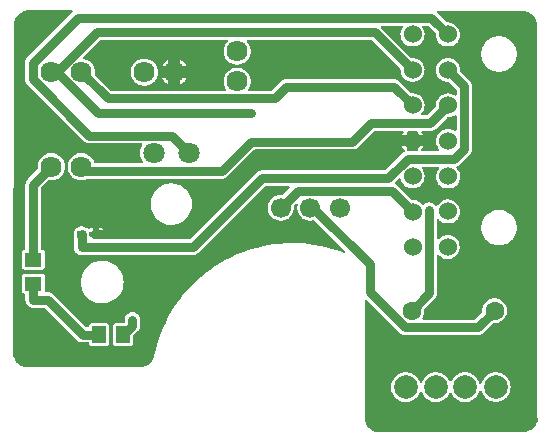
<source format=gtl>
G04 Layer: TopLayer*
G04 EasyEDA v6.4.19.5, 2021-04-14T09:17:14--7:00*
G04 eb9943026e544659989be2c3a0539dbc,debd25b7e7f645e7808fdd9718494454,10*
G04 Gerber Generator version 0.2*
G04 Scale: 100 percent, Rotated: No, Reflected: No *
G04 Dimensions in millimeters *
G04 leading zeros omitted , absolute positions ,4 integer and 5 decimal *
%FSLAX45Y45*%
%MOMM*%

%ADD11C,0.8000*%
%ADD12C,0.6100*%
%ADD13R,1.4699X1.1600*%
%ADD16C,1.7000*%
%ADD17C,1.5240*%
%ADD18C,1.8000*%
%ADD19C,1.7880*%
%ADD20C,1.6000*%
%ADD21C,2.0000*%

%LPD*%
G36*
X5860694Y5172913D02*
G01*
X5845200Y5173878D01*
X5831484Y5176266D01*
X5818124Y5180177D01*
X5805271Y5185562D01*
X5793079Y5192369D01*
X5781751Y5200497D01*
X5771438Y5209794D01*
X5762193Y5220258D01*
X5754166Y5231638D01*
X5747461Y5243880D01*
X5742228Y5256784D01*
X5738418Y5270195D01*
X5736132Y5283911D01*
X5735370Y5298236D01*
X5740654Y8060232D01*
X5741822Y8068462D01*
X5742787Y8083803D01*
X5745175Y8097520D01*
X5749086Y8110931D01*
X5754471Y8123783D01*
X5761278Y8135924D01*
X5769406Y8147253D01*
X5778703Y8157616D01*
X5789168Y8166862D01*
X5800547Y8174837D01*
X5812790Y8181543D01*
X5825693Y8186826D01*
X5839104Y8190636D01*
X5852871Y8192871D01*
X5867349Y8193684D01*
X5875782Y8194852D01*
X6229654Y8194598D01*
X6233668Y8193735D01*
X6237020Y8191398D01*
X6239205Y8187944D01*
X6239814Y8183880D01*
X6238798Y8179917D01*
X6236258Y8176717D01*
X6234480Y8175142D01*
X5854801Y7795463D01*
X5847842Y7787335D01*
X5842457Y7778546D01*
X5838494Y7769047D01*
X5836107Y7759039D01*
X5835294Y7748371D01*
X5835294Y7614056D01*
X5836107Y7603388D01*
X5838494Y7593380D01*
X5842457Y7583881D01*
X5847842Y7575092D01*
X5854801Y7566964D01*
X6333540Y7088225D01*
X6341668Y7081266D01*
X6350457Y7075881D01*
X6359956Y7071918D01*
X6369964Y7069531D01*
X6380632Y7068718D01*
X6819798Y7068718D01*
X6824014Y7067803D01*
X6827469Y7065213D01*
X6829552Y7061453D01*
X6829907Y7057136D01*
X6828383Y7053072D01*
X6822592Y7043928D01*
X6816394Y7030770D01*
X6811924Y7016953D01*
X6809181Y7002678D01*
X6808266Y6988200D01*
X6809181Y6973722D01*
X6811924Y6959447D01*
X6816394Y6945630D01*
X6822592Y6932472D01*
X6830364Y6920230D01*
X6833108Y6916928D01*
X6834936Y6913575D01*
X6835394Y6909816D01*
X6834428Y6906107D01*
X6832193Y6903059D01*
X6828993Y6900976D01*
X6825284Y6900265D01*
X6430568Y6900265D01*
X6426657Y6901078D01*
X6423304Y6903313D01*
X6421120Y6906717D01*
X6415989Y6919671D01*
X6409029Y6932320D01*
X6400546Y6944004D01*
X6390640Y6954570D01*
X6379514Y6963765D01*
X6367322Y6971487D01*
X6354267Y6977634D01*
X6340500Y6982104D01*
X6326327Y6984847D01*
X6311900Y6985711D01*
X6297472Y6984847D01*
X6283299Y6982104D01*
X6269532Y6977634D01*
X6256477Y6971487D01*
X6244285Y6963765D01*
X6233160Y6954570D01*
X6223254Y6944004D01*
X6214770Y6932320D01*
X6207810Y6919671D01*
X6202476Y6906259D01*
X6198920Y6892239D01*
X6197092Y6877913D01*
X6197092Y6863486D01*
X6198920Y6849160D01*
X6202476Y6835140D01*
X6207810Y6821728D01*
X6214770Y6809079D01*
X6223254Y6797395D01*
X6233160Y6786829D01*
X6244285Y6777634D01*
X6256477Y6769912D01*
X6269532Y6763766D01*
X6283299Y6759295D01*
X6297472Y6756552D01*
X6311900Y6755688D01*
X6326327Y6756552D01*
X6340500Y6759295D01*
X6354267Y6763766D01*
X6363309Y6768033D01*
X6367627Y6768998D01*
X7502499Y6768998D01*
X7513167Y6769811D01*
X7523175Y6772198D01*
X7532674Y6776161D01*
X7541463Y6781546D01*
X7549591Y6788505D01*
X7774279Y7013143D01*
X7777581Y7015327D01*
X7781442Y7016140D01*
X8607653Y7016140D01*
X8618321Y7016953D01*
X8628329Y7019340D01*
X8637828Y7023303D01*
X8646617Y7028688D01*
X8654745Y7035647D01*
X8789263Y7170115D01*
X8792565Y7172299D01*
X8796426Y7173112D01*
X9032036Y7173112D01*
X9035897Y7172350D01*
X9039148Y7170166D01*
X9041384Y7166914D01*
X9042196Y7163053D01*
X9041434Y7159193D01*
X9039148Y7155688D01*
X9031071Y7144715D01*
X9025382Y7134402D01*
X9072473Y7134402D01*
X9072473Y7162952D01*
X9073235Y7166813D01*
X9075420Y7170115D01*
X9078722Y7172299D01*
X9082633Y7173112D01*
X9151213Y7173112D01*
X9155074Y7172299D01*
X9158376Y7170115D01*
X9160560Y7166813D01*
X9161373Y7162952D01*
X9161373Y7134402D01*
X9208414Y7134402D01*
X9202724Y7144715D01*
X9194495Y7155891D01*
X9192361Y7159193D01*
X9191650Y7163053D01*
X9192412Y7166914D01*
X9194647Y7170166D01*
X9197898Y7172350D01*
X9201810Y7173112D01*
X9265259Y7173112D01*
X9275927Y7173925D01*
X9285935Y7176312D01*
X9295434Y7180275D01*
X9304223Y7185659D01*
X9312351Y7192619D01*
X9405162Y7285431D01*
X9408769Y7287717D01*
X9413036Y7288377D01*
X9416897Y7288123D01*
X9430461Y7288987D01*
X9443821Y7291730D01*
X9456674Y7296200D01*
X9468815Y7302296D01*
X9474149Y7306005D01*
X9478213Y7307630D01*
X9482582Y7307427D01*
X9486493Y7305395D01*
X9489135Y7301890D01*
X9490100Y7297623D01*
X9490100Y7181900D01*
X9489186Y7177735D01*
X9486696Y7174280D01*
X9482988Y7172198D01*
X9478772Y7171791D01*
X9474758Y7173163D01*
X9463735Y7179665D01*
X9451238Y7184948D01*
X9438081Y7188555D01*
X9424619Y7190384D01*
X9411004Y7190384D01*
X9397542Y7188555D01*
X9384436Y7184948D01*
X9371888Y7179665D01*
X9360204Y7172706D01*
X9349536Y7164273D01*
X9340037Y7154519D01*
X9332010Y7143546D01*
X9325457Y7131608D01*
X9320580Y7118959D01*
X9317431Y7105700D01*
X9316059Y7092188D01*
X9316516Y7078573D01*
X9318752Y7065162D01*
X9322816Y7052157D01*
X9328505Y7039813D01*
X9335820Y7028383D01*
X9343034Y7019899D01*
X9344914Y7016546D01*
X9345422Y7012736D01*
X9344456Y7009028D01*
X9342221Y7005929D01*
X9339021Y7003897D01*
X9335262Y7003135D01*
X9198457Y7003135D01*
X9194698Y7003897D01*
X9191498Y7005929D01*
X9189262Y7009028D01*
X9188348Y7012736D01*
X9188856Y7016546D01*
X9190736Y7019899D01*
X9198864Y7029551D01*
X9206179Y7040981D01*
X9208262Y7045502D01*
X9161373Y7045502D01*
X9161373Y7013295D01*
X9160560Y7009434D01*
X9158376Y7006132D01*
X9155074Y7003948D01*
X9151213Y7003135D01*
X9082633Y7003135D01*
X9078722Y7003948D01*
X9075420Y7006132D01*
X9073235Y7009434D01*
X9072473Y7013295D01*
X9072473Y7045502D01*
X9025534Y7045502D01*
X9027617Y7040981D01*
X9034932Y7029551D01*
X9043720Y7019137D01*
X9050528Y7012990D01*
X9052915Y7009688D01*
X9053880Y7005726D01*
X9053169Y7001713D01*
X9050985Y6998309D01*
X9038640Y6990588D01*
X9030512Y6983628D01*
X8889136Y6842302D01*
X8885834Y6840118D01*
X8881973Y6839305D01*
X7842656Y6839305D01*
X7831988Y6838492D01*
X7821980Y6836105D01*
X7812481Y6832142D01*
X7803692Y6826758D01*
X7795564Y6819798D01*
X7233310Y6257594D01*
X7230008Y6255410D01*
X7226147Y6254597D01*
X6505702Y6254597D01*
X6501536Y6255512D01*
X6498132Y6258001D01*
X6496050Y6261709D01*
X6495592Y6265926D01*
X6496050Y6269786D01*
X6496050Y6277864D01*
X6459270Y6277864D01*
X6459270Y6264757D01*
X6458458Y6260896D01*
X6456273Y6257594D01*
X6452971Y6255410D01*
X6449110Y6254597D01*
X6421729Y6254597D01*
X6417818Y6255410D01*
X6414516Y6257594D01*
X6412331Y6260896D01*
X6411569Y6264757D01*
X6411569Y6277864D01*
X6391249Y6277864D01*
X6387388Y6278626D01*
X6384086Y6280810D01*
X6381902Y6284112D01*
X6381089Y6288024D01*
X6381089Y6298793D01*
X6380276Y6309614D01*
X6380784Y6313728D01*
X6382918Y6317284D01*
X6386322Y6319672D01*
X6390386Y6320536D01*
X6411569Y6320536D01*
X6411569Y6354826D01*
X6400952Y6354826D01*
X6394704Y6354165D01*
X6389268Y6352235D01*
X6384442Y6349187D01*
X6382562Y6347358D01*
X6379311Y6345123D01*
X6375400Y6344361D01*
X6371488Y6345123D01*
X6368237Y6347358D01*
X6366357Y6349187D01*
X6361531Y6352235D01*
X6356096Y6354165D01*
X6352082Y6354572D01*
X6347917Y6356045D01*
X6345224Y6357670D01*
X6335725Y6361633D01*
X6325717Y6364020D01*
X6315456Y6364833D01*
X6305194Y6364020D01*
X6295186Y6361633D01*
X6285687Y6357670D01*
X6282994Y6356045D01*
X6278829Y6354622D01*
X6274714Y6354165D01*
X6269278Y6352235D01*
X6264452Y6349187D01*
X6260388Y6345174D01*
X6257340Y6340297D01*
X6255461Y6334912D01*
X6254750Y6328613D01*
X6254750Y6325616D01*
X6253988Y6321704D01*
X6253022Y6319469D01*
X6250635Y6309461D01*
X6249822Y6298793D01*
X6249822Y6189370D01*
X6250635Y6178702D01*
X6253022Y6168694D01*
X6256985Y6159195D01*
X6262370Y6150406D01*
X6269075Y6142583D01*
X6276898Y6135878D01*
X6285687Y6130493D01*
X6295186Y6126530D01*
X6305194Y6124143D01*
X6315862Y6123330D01*
X7257135Y6123330D01*
X7267803Y6124143D01*
X7277811Y6126530D01*
X7287310Y6130493D01*
X7296099Y6135878D01*
X7304227Y6142837D01*
X7866481Y6705041D01*
X7869783Y6707225D01*
X7873644Y6708038D01*
X8068157Y6708038D01*
X8072069Y6707225D01*
X8075320Y6705041D01*
X8077555Y6701739D01*
X8078317Y6697878D01*
X8077555Y6693966D01*
X8075320Y6690664D01*
X8021218Y6636562D01*
X8017611Y6634225D01*
X8013395Y6633565D01*
X8001253Y6634378D01*
X7987131Y6633464D01*
X7973212Y6630771D01*
X7959750Y6626301D01*
X7946948Y6620154D01*
X7935061Y6612381D01*
X7924292Y6603187D01*
X7914741Y6592722D01*
X7906664Y6581089D01*
X7900111Y6568541D01*
X7895183Y6555231D01*
X7892034Y6541414D01*
X7890662Y6527292D01*
X7891119Y6513118D01*
X7893405Y6499098D01*
X7897418Y6485534D01*
X7903159Y6472580D01*
X7910525Y6460439D01*
X7919364Y6449364D01*
X7929524Y6439509D01*
X7940903Y6431026D01*
X7953248Y6424066D01*
X7966405Y6418732D01*
X7980121Y6415125D01*
X7994142Y6413347D01*
X8008366Y6413347D01*
X8022386Y6415125D01*
X8036102Y6418732D01*
X8049259Y6424066D01*
X8061604Y6431026D01*
X8072983Y6439509D01*
X8083143Y6449364D01*
X8091982Y6460439D01*
X8099348Y6472580D01*
X8105089Y6485534D01*
X8109102Y6499098D01*
X8111388Y6513118D01*
X8111845Y6527292D01*
X8111032Y6535420D01*
X8111591Y6539839D01*
X8113979Y6543598D01*
X8125968Y6555587D01*
X8129625Y6557924D01*
X8133892Y6558534D01*
X8138058Y6557314D01*
X8141309Y6554470D01*
X8143087Y6550507D01*
X8143087Y6546138D01*
X8141970Y6541414D01*
X8140598Y6527292D01*
X8141055Y6513118D01*
X8143341Y6499098D01*
X8147354Y6485534D01*
X8153095Y6472580D01*
X8160461Y6460439D01*
X8169300Y6449364D01*
X8179460Y6439509D01*
X8190839Y6431026D01*
X8203184Y6424066D01*
X8216341Y6418732D01*
X8230057Y6415125D01*
X8244078Y6413347D01*
X8258302Y6413347D01*
X8272322Y6415125D01*
X8279485Y6417005D01*
X8282990Y6417310D01*
X8286394Y6416395D01*
X8289239Y6414363D01*
X8544864Y6158636D01*
X8547100Y6155334D01*
X8547862Y6151473D01*
X8547100Y6147562D01*
X8544915Y6144310D01*
X8541664Y6142075D01*
X8537803Y6141262D01*
X8533942Y6142024D01*
X8523935Y6145987D01*
X8477707Y6162497D01*
X8430768Y6177076D01*
X8383270Y6189726D01*
X8335264Y6200394D01*
X8286851Y6209080D01*
X8238134Y6215735D01*
X8189214Y6220409D01*
X8140090Y6223101D01*
X8090916Y6223711D01*
X8041792Y6222339D01*
X7992719Y6218936D01*
X7943850Y6213500D01*
X7895234Y6206032D01*
X7846974Y6196584D01*
X7799171Y6185204D01*
X7751876Y6171793D01*
X7705140Y6156502D01*
X7659065Y6139281D01*
X7613751Y6120180D01*
X7569301Y6099200D01*
X7525715Y6076442D01*
X7483094Y6051905D01*
X7441539Y6025642D01*
X7401102Y5997651D01*
X7361834Y5968034D01*
X7323836Y5936843D01*
X7287158Y5904077D01*
X7251852Y5869889D01*
X7217968Y5834227D01*
X7185609Y5797194D01*
X7154824Y5758891D01*
X7125563Y5719368D01*
X7098030Y5678627D01*
X7072172Y5636818D01*
X7048042Y5593943D01*
X7025741Y5550154D01*
X7005218Y5505450D01*
X6986574Y5459984D01*
X6969810Y5413756D01*
X6954977Y5366867D01*
X6942074Y5319420D01*
X6931406Y5272836D01*
X6927342Y5257850D01*
X6922109Y5244744D01*
X6915403Y5232298D01*
X6907326Y5220665D01*
X6897979Y5210048D01*
X6887514Y5200548D01*
X6875983Y5192318D01*
X6863638Y5185410D01*
X6850583Y5180025D01*
X6836968Y5176113D01*
X6823049Y5173726D01*
X6808520Y5172913D01*
G37*

%LPC*%
G36*
X6610096Y5349138D02*
G01*
X6724954Y5349138D01*
X6731203Y5349849D01*
X6736638Y5351729D01*
X6741464Y5354777D01*
X6745528Y5358841D01*
X6748576Y5363667D01*
X6750456Y5369102D01*
X6751167Y5375351D01*
X6751167Y5434787D01*
X6751980Y5438698D01*
X6754164Y5442000D01*
X6791045Y5478729D01*
X6798005Y5486857D01*
X6803390Y5495645D01*
X6807352Y5505145D01*
X6809790Y5515152D01*
X6810603Y5525820D01*
X6810603Y5573369D01*
X6809790Y5584037D01*
X6807403Y5594045D01*
X6803440Y5603544D01*
X6798056Y5612333D01*
X6791350Y5620156D01*
X6783527Y5626862D01*
X6774738Y5632246D01*
X6765239Y5636209D01*
X6755231Y5638596D01*
X6744970Y5639409D01*
X6734708Y5638596D01*
X6724700Y5636209D01*
X6715201Y5632246D01*
X6706412Y5626862D01*
X6698589Y5620156D01*
X6691884Y5612333D01*
X6686499Y5603544D01*
X6682536Y5594045D01*
X6680149Y5584037D01*
X6679336Y5573369D01*
X6679336Y5557570D01*
X6678523Y5553710D01*
X6676339Y5550408D01*
X6673037Y5548172D01*
X6669176Y5547410D01*
X6610096Y5547410D01*
X6603847Y5546699D01*
X6598412Y5544820D01*
X6593586Y5541772D01*
X6589522Y5537708D01*
X6586474Y5532882D01*
X6584594Y5527446D01*
X6583883Y5521198D01*
X6583883Y5375351D01*
X6584594Y5369102D01*
X6586474Y5363667D01*
X6589522Y5358841D01*
X6593586Y5354777D01*
X6598412Y5351729D01*
X6603847Y5349849D01*
G37*
G36*
X6406896Y5349138D02*
G01*
X6521754Y5349138D01*
X6528003Y5349849D01*
X6533438Y5351729D01*
X6538264Y5354777D01*
X6542328Y5358841D01*
X6545376Y5363667D01*
X6547256Y5369102D01*
X6547967Y5375351D01*
X6547967Y5521198D01*
X6547256Y5527446D01*
X6545376Y5532882D01*
X6542328Y5537708D01*
X6538264Y5541772D01*
X6533438Y5544820D01*
X6528003Y5546699D01*
X6521754Y5547410D01*
X6406896Y5547410D01*
X6400647Y5546699D01*
X6395212Y5544820D01*
X6390386Y5541772D01*
X6386322Y5537708D01*
X6383274Y5532882D01*
X6381394Y5527446D01*
X6380886Y5522976D01*
X6379819Y5519470D01*
X6377533Y5516524D01*
X6374384Y5514644D01*
X6370777Y5513933D01*
X6357518Y5513933D01*
X6353657Y5514746D01*
X6350355Y5516930D01*
X6079185Y5788050D01*
X6071057Y5795010D01*
X6062268Y5800394D01*
X6052769Y5804357D01*
X6042761Y5806744D01*
X6032093Y5807557D01*
X6014313Y5807557D01*
X6010148Y5808472D01*
X6006744Y5810961D01*
X6004610Y5814669D01*
X6004204Y5818886D01*
X6004610Y5822645D01*
X6004610Y5937504D01*
X6003899Y5943752D01*
X6002020Y5949188D01*
X5998972Y5954014D01*
X5994908Y5958078D01*
X5990082Y5961126D01*
X5984646Y5963005D01*
X5978398Y5963716D01*
X5832551Y5963716D01*
X5826302Y5963005D01*
X5820867Y5961126D01*
X5816041Y5958078D01*
X5811977Y5954014D01*
X5808929Y5949188D01*
X5807049Y5943752D01*
X5806338Y5937504D01*
X5806338Y5822645D01*
X5807049Y5816396D01*
X5808929Y5810961D01*
X5811977Y5806135D01*
X5816041Y5802071D01*
X5820867Y5799023D01*
X5826302Y5797143D01*
X5830824Y5796635D01*
X5834329Y5795568D01*
X5837275Y5793282D01*
X5839155Y5790133D01*
X5839866Y5786526D01*
X5839866Y5742330D01*
X5840679Y5731662D01*
X5843066Y5721654D01*
X5847029Y5712155D01*
X5852414Y5703366D01*
X5859119Y5695543D01*
X5866942Y5688838D01*
X5875731Y5683453D01*
X5885230Y5679490D01*
X5895238Y5677103D01*
X5905906Y5676290D01*
X6001105Y5676290D01*
X6004966Y5675477D01*
X6008268Y5673293D01*
X6279438Y5402173D01*
X6287566Y5395214D01*
X6296355Y5389829D01*
X6305854Y5385866D01*
X6315862Y5383479D01*
X6326530Y5382666D01*
X6370777Y5382666D01*
X6374384Y5381955D01*
X6377533Y5380075D01*
X6379819Y5377129D01*
X6380886Y5373624D01*
X6381394Y5369102D01*
X6383274Y5363667D01*
X6386322Y5358841D01*
X6390386Y5354777D01*
X6395212Y5351729D01*
X6400647Y5349849D01*
G37*
G36*
X6494373Y5712206D02*
G01*
X6512915Y5713628D01*
X6531203Y5716981D01*
X6549034Y5722162D01*
X6566255Y5729173D01*
X6582714Y5737910D01*
X6598107Y5748324D01*
X6612381Y5760212D01*
X6625386Y5773572D01*
X6636918Y5788152D01*
X6646925Y5803849D01*
X6655206Y5820460D01*
X6661810Y5837885D01*
X6666534Y5855868D01*
X6669379Y5874207D01*
X6670344Y5892800D01*
X6669379Y5911392D01*
X6666534Y5929731D01*
X6661810Y5947714D01*
X6655206Y5965139D01*
X6646925Y5981750D01*
X6636918Y5997448D01*
X6625386Y6012027D01*
X6612381Y6025388D01*
X6598107Y6037275D01*
X6582714Y6047689D01*
X6566255Y6056426D01*
X6549034Y6063437D01*
X6531203Y6068618D01*
X6512915Y6071920D01*
X6494373Y6073394D01*
X6475780Y6072886D01*
X6457289Y6070498D01*
X6439204Y6066231D01*
X6421628Y6060135D01*
X6404813Y6052261D01*
X6388862Y6042660D01*
X6373977Y6031534D01*
X6360312Y6018885D01*
X6348069Y6004915D01*
X6337300Y5989726D01*
X6328105Y5973572D01*
X6320688Y5956503D01*
X6314998Y5938824D01*
X6311188Y5920587D01*
X6309309Y5902096D01*
X6309309Y5883503D01*
X6311188Y5865012D01*
X6314998Y5846775D01*
X6320688Y5829096D01*
X6328105Y5812028D01*
X6337300Y5795873D01*
X6348069Y5780684D01*
X6360312Y5766714D01*
X6373977Y5754065D01*
X6388862Y5742940D01*
X6404813Y5733338D01*
X6421628Y5725464D01*
X6439204Y5719368D01*
X6457289Y5715101D01*
X6475780Y5712714D01*
G37*
G36*
X5832551Y5999632D02*
G01*
X5978398Y5999632D01*
X5984646Y6000343D01*
X5990082Y6002223D01*
X5994908Y6005271D01*
X5998972Y6009335D01*
X6002020Y6014161D01*
X6003899Y6019596D01*
X6004610Y6025845D01*
X6004610Y6140704D01*
X6003899Y6146952D01*
X6002020Y6152388D01*
X5998972Y6157214D01*
X5994908Y6161278D01*
X5990082Y6164326D01*
X5984646Y6166205D01*
X5980176Y6166713D01*
X5976670Y6167780D01*
X5973724Y6170066D01*
X5971844Y6173216D01*
X5971133Y6176822D01*
X5971133Y6686905D01*
X5971946Y6690766D01*
X5974130Y6694068D01*
X6033922Y6753859D01*
X6036564Y6755790D01*
X6039713Y6756755D01*
X6057900Y6755688D01*
X6072327Y6756552D01*
X6086500Y6759295D01*
X6100267Y6763766D01*
X6113322Y6769912D01*
X6125514Y6777634D01*
X6136640Y6786829D01*
X6146546Y6797395D01*
X6155029Y6809079D01*
X6161989Y6821728D01*
X6167323Y6835140D01*
X6170879Y6849160D01*
X6172708Y6863486D01*
X6172708Y6877913D01*
X6170879Y6892239D01*
X6167323Y6906259D01*
X6161989Y6919671D01*
X6155029Y6932320D01*
X6146546Y6944004D01*
X6136640Y6954570D01*
X6125514Y6963765D01*
X6113322Y6971487D01*
X6100267Y6977634D01*
X6086500Y6982104D01*
X6072327Y6984847D01*
X6057900Y6985711D01*
X6043472Y6984847D01*
X6029299Y6982104D01*
X6015532Y6977634D01*
X6002477Y6971487D01*
X5990285Y6963765D01*
X5979160Y6954570D01*
X5969254Y6944004D01*
X5960770Y6932320D01*
X5953810Y6919671D01*
X5948476Y6906259D01*
X5944920Y6892239D01*
X5943092Y6877913D01*
X5943092Y6863486D01*
X5944108Y6855307D01*
X5944057Y6852259D01*
X5943041Y6849364D01*
X5941212Y6846874D01*
X5859373Y6764985D01*
X5852414Y6756857D01*
X5847029Y6748068D01*
X5843066Y6738569D01*
X5840679Y6728561D01*
X5839866Y6717893D01*
X5839866Y6176822D01*
X5839155Y6173216D01*
X5837275Y6170066D01*
X5834329Y6167780D01*
X5830824Y6166713D01*
X5826302Y6166205D01*
X5820867Y6164326D01*
X5816041Y6161278D01*
X5811977Y6157214D01*
X5808929Y6152388D01*
X5807049Y6146952D01*
X5806338Y6140704D01*
X5806338Y6025845D01*
X5807049Y6019596D01*
X5808929Y6014161D01*
X5811977Y6009335D01*
X5816041Y6005271D01*
X5820867Y6002223D01*
X5826302Y6000343D01*
G37*
G36*
X6459270Y6320536D02*
G01*
X6496050Y6320536D01*
X6496050Y6328613D01*
X6495338Y6334912D01*
X6493459Y6340297D01*
X6490411Y6345174D01*
X6486347Y6349187D01*
X6481521Y6352235D01*
X6476085Y6354165D01*
X6469837Y6354826D01*
X6459270Y6354826D01*
G37*
G36*
X7078421Y6377635D02*
G01*
X7096455Y6379006D01*
X7114235Y6382258D01*
X7131608Y6387287D01*
X7148372Y6394145D01*
X7164324Y6402628D01*
X7179309Y6412738D01*
X7193229Y6424320D01*
X7205827Y6437274D01*
X7217054Y6451447D01*
X7226757Y6466687D01*
X7234834Y6482842D01*
X7241235Y6499809D01*
X7245807Y6517284D01*
X7248601Y6535115D01*
X7249515Y6553200D01*
X7248601Y6571234D01*
X7245807Y6589115D01*
X7241235Y6606590D01*
X7234834Y6623558D01*
X7226757Y6639712D01*
X7217054Y6654952D01*
X7205827Y6669125D01*
X7193229Y6682079D01*
X7179309Y6693662D01*
X7164324Y6703771D01*
X7148372Y6712254D01*
X7131608Y6719112D01*
X7114235Y6724142D01*
X7096455Y6727393D01*
X7078421Y6728764D01*
X7060336Y6728307D01*
X7042403Y6725970D01*
X7024827Y6721856D01*
X7007707Y6715912D01*
X6991350Y6708241D01*
X6975856Y6698945D01*
X6961378Y6688074D01*
X6948119Y6675780D01*
X6936181Y6662216D01*
X6925716Y6647484D01*
X6916775Y6631736D01*
X6909562Y6615175D01*
X6904075Y6597954D01*
X6900367Y6580225D01*
X6898487Y6562242D01*
X6898487Y6544157D01*
X6900367Y6526174D01*
X6904075Y6508445D01*
X6909562Y6491224D01*
X6916775Y6474663D01*
X6925716Y6458915D01*
X6936181Y6444183D01*
X6948119Y6430619D01*
X6961378Y6418326D01*
X6975856Y6407454D01*
X6991350Y6398158D01*
X7007707Y6390487D01*
X7024827Y6384544D01*
X7042403Y6380429D01*
X7060336Y6378092D01*
G37*

%LPD*%
G36*
X8840165Y4620310D02*
G01*
X8824772Y4621225D01*
X8811006Y4623612D01*
X8797645Y4627524D01*
X8784793Y4632909D01*
X8772652Y4639716D01*
X8761323Y4647844D01*
X8750960Y4657191D01*
X8741714Y4667605D01*
X8733688Y4678984D01*
X8727033Y4691227D01*
X8721750Y4704130D01*
X8717940Y4717542D01*
X8715654Y4731308D01*
X8714892Y4745634D01*
X8714892Y5732627D01*
X8715654Y5736488D01*
X8717838Y5739790D01*
X8721140Y5741974D01*
X8725052Y5742787D01*
X8728913Y5741974D01*
X8732215Y5739790D01*
X9008160Y5463895D01*
X9016288Y5456936D01*
X9025077Y5451551D01*
X9034576Y5447588D01*
X9044584Y5445201D01*
X9055252Y5444388D01*
X9669627Y5444388D01*
X9680295Y5445201D01*
X9690303Y5447588D01*
X9699802Y5451551D01*
X9708591Y5456936D01*
X9716719Y5463895D01*
X9796272Y5543397D01*
X9799878Y5545734D01*
X9804095Y5546344D01*
X9811512Y5545886D01*
X9825278Y5546750D01*
X9838842Y5549442D01*
X9851948Y5553913D01*
X9864344Y5560009D01*
X9875824Y5567680D01*
X9886188Y5576824D01*
X9895332Y5587187D01*
X9903002Y5598668D01*
X9909098Y5611063D01*
X9913569Y5624169D01*
X9916261Y5637733D01*
X9917125Y5651500D01*
X9916261Y5665266D01*
X9913569Y5678830D01*
X9909098Y5691936D01*
X9903002Y5704332D01*
X9895332Y5715812D01*
X9886188Y5726176D01*
X9875824Y5735320D01*
X9864344Y5742990D01*
X9851948Y5749086D01*
X9838842Y5753557D01*
X9825278Y5756249D01*
X9811512Y5757113D01*
X9797745Y5756249D01*
X9784181Y5753557D01*
X9771075Y5749086D01*
X9758680Y5742990D01*
X9747199Y5735320D01*
X9736836Y5726176D01*
X9727692Y5715812D01*
X9720021Y5704332D01*
X9713925Y5691936D01*
X9709454Y5678830D01*
X9706762Y5665266D01*
X9705898Y5651500D01*
X9706356Y5644083D01*
X9705746Y5639866D01*
X9703409Y5636260D01*
X9645802Y5578652D01*
X9642500Y5576468D01*
X9638639Y5575655D01*
X9206636Y5575655D01*
X9202369Y5576620D01*
X9198914Y5579262D01*
X9196832Y5583072D01*
X9196578Y5587441D01*
X9198203Y5591505D01*
X9202978Y5598668D01*
X9209125Y5611063D01*
X9213545Y5624169D01*
X9216237Y5637733D01*
X9217152Y5651500D01*
X9216644Y5658916D01*
X9217304Y5663184D01*
X9219590Y5666790D01*
X9302902Y5750102D01*
X9309862Y5758230D01*
X9315246Y5767019D01*
X9319209Y5776518D01*
X9321596Y5786526D01*
X9322409Y5797194D01*
X9322409Y6114084D01*
X9323273Y6118148D01*
X9325610Y6121501D01*
X9329115Y6123635D01*
X9333179Y6124244D01*
X9337141Y6123178D01*
X9351060Y6110782D01*
X9362287Y6103061D01*
X9374428Y6096965D01*
X9387281Y6092494D01*
X9400641Y6089751D01*
X9414205Y6088837D01*
X9427768Y6089751D01*
X9441078Y6092494D01*
X9453930Y6096965D01*
X9466072Y6103061D01*
X9477298Y6110782D01*
X9487408Y6119876D01*
X9496196Y6130290D01*
X9503511Y6141770D01*
X9509201Y6154115D01*
X9513265Y6167069D01*
X9515500Y6180480D01*
X9515957Y6194094D01*
X9514586Y6207607D01*
X9511436Y6220866D01*
X9506559Y6233566D01*
X9500006Y6245504D01*
X9491980Y6256426D01*
X9482480Y6266230D01*
X9471812Y6274663D01*
X9460128Y6281572D01*
X9447580Y6286906D01*
X9434474Y6290462D01*
X9421012Y6292291D01*
X9407398Y6292291D01*
X9393936Y6290462D01*
X9380778Y6286906D01*
X9368282Y6281572D01*
X9356547Y6274663D01*
X9345879Y6266230D01*
X9339884Y6260033D01*
X9336633Y6257747D01*
X9332722Y6256934D01*
X9328759Y6257645D01*
X9325457Y6259880D01*
X9323222Y6263182D01*
X9322409Y6267094D01*
X9322409Y6417056D01*
X9323273Y6421069D01*
X9325610Y6424422D01*
X9329115Y6426555D01*
X9333179Y6427165D01*
X9337141Y6426149D01*
X9340342Y6423609D01*
X9342882Y6420612D01*
X9352940Y6411468D01*
X9364167Y6403797D01*
X9376308Y6397650D01*
X9389160Y6393180D01*
X9402521Y6390487D01*
X9416084Y6389573D01*
X9429648Y6390487D01*
X9442958Y6393180D01*
X9455810Y6397650D01*
X9467951Y6403797D01*
X9479178Y6411468D01*
X9489287Y6420612D01*
X9498076Y6430975D01*
X9505391Y6442456D01*
X9511080Y6454800D01*
X9515144Y6467805D01*
X9517380Y6481216D01*
X9517837Y6494780D01*
X9516465Y6508343D01*
X9513316Y6521551D01*
X9508439Y6534251D01*
X9501886Y6546189D01*
X9493859Y6557162D01*
X9484360Y6566916D01*
X9473692Y6575348D01*
X9462008Y6582257D01*
X9449460Y6587591D01*
X9436354Y6591198D01*
X9422892Y6592976D01*
X9409277Y6592976D01*
X9395815Y6591198D01*
X9382658Y6587591D01*
X9370161Y6582257D01*
X9358426Y6575348D01*
X9347758Y6566916D01*
X9338310Y6557162D01*
X9330232Y6546189D01*
X9327896Y6541922D01*
X9325152Y6538722D01*
X9321342Y6536893D01*
X9317126Y6536791D01*
X9313214Y6538417D01*
X9303156Y6550050D01*
X9295333Y6556756D01*
X9286544Y6562140D01*
X9277045Y6566103D01*
X9267037Y6568490D01*
X9256776Y6569303D01*
X9246514Y6568490D01*
X9236506Y6566103D01*
X9227007Y6562140D01*
X9218218Y6556756D01*
X9211564Y6551117D01*
X9207957Y6549085D01*
X9203791Y6548729D01*
X9199880Y6550050D01*
X9196781Y6552793D01*
X9194647Y6555689D01*
X9185198Y6565442D01*
X9174530Y6573875D01*
X9162846Y6580835D01*
X9150299Y6586118D01*
X9137192Y6589725D01*
X9123680Y6591553D01*
X9112300Y6591553D01*
X9108389Y6592316D01*
X9105087Y6594500D01*
X8987485Y6712102D01*
X8979357Y6719062D01*
X8973159Y6722872D01*
X8970416Y6725310D01*
X8968740Y6728561D01*
X8968333Y6732168D01*
X8969197Y6735724D01*
X8971280Y6738721D01*
X9001455Y6768896D01*
X9004909Y6771182D01*
X9009024Y6771894D01*
X9013037Y6770878D01*
X9016339Y6768338D01*
X9018320Y6764731D01*
X9021876Y6753352D01*
X9027617Y6741007D01*
X9034932Y6729526D01*
X9043720Y6719163D01*
X9053779Y6710019D01*
X9065006Y6702298D01*
X9077147Y6696202D01*
X9089999Y6691731D01*
X9103309Y6688988D01*
X9116923Y6688124D01*
X9130487Y6688988D01*
X9143796Y6691731D01*
X9156649Y6696202D01*
X9168790Y6702298D01*
X9180017Y6710019D01*
X9190075Y6719163D01*
X9198864Y6729526D01*
X9206179Y6741007D01*
X9211919Y6753352D01*
X9215932Y6766306D01*
X9218218Y6779768D01*
X9218676Y6793331D01*
X9217304Y6806895D01*
X9214154Y6820103D01*
X9209278Y6832803D01*
X9202724Y6844741D01*
X9194698Y6855663D01*
X9192869Y6859727D01*
X9193022Y6864197D01*
X9195003Y6868159D01*
X9198508Y6870852D01*
X9202877Y6871868D01*
X9333992Y6871868D01*
X9337852Y6871106D01*
X9341154Y6868922D01*
X9343339Y6865670D01*
X9344152Y6861809D01*
X9343440Y6857949D01*
X9341307Y6854647D01*
X9340037Y6853326D01*
X9332010Y6842404D01*
X9325457Y6830466D01*
X9320580Y6817766D01*
X9317431Y6804507D01*
X9316059Y6790994D01*
X9316516Y6777380D01*
X9318752Y6763969D01*
X9322816Y6751015D01*
X9328505Y6738670D01*
X9335820Y6727190D01*
X9344609Y6716775D01*
X9354718Y6707682D01*
X9365945Y6699961D01*
X9378086Y6693865D01*
X9390938Y6689394D01*
X9404248Y6686651D01*
X9417812Y6685737D01*
X9431375Y6686651D01*
X9444736Y6689394D01*
X9457588Y6693865D01*
X9469729Y6699961D01*
X9480956Y6707682D01*
X9491014Y6716775D01*
X9499803Y6727190D01*
X9507118Y6738670D01*
X9512858Y6751015D01*
X9516872Y6763969D01*
X9519158Y6777380D01*
X9519615Y6790994D01*
X9518243Y6804507D01*
X9515094Y6817766D01*
X9510217Y6830466D01*
X9503664Y6842404D01*
X9495586Y6853326D01*
X9489338Y6859828D01*
X9487204Y6863130D01*
X9486442Y6866991D01*
X9487255Y6870852D01*
X9489490Y6874103D01*
X9492742Y6876288D01*
X9499396Y6879031D01*
X9508185Y6884416D01*
X9516313Y6891375D01*
X9601860Y6976922D01*
X9608820Y6985050D01*
X9614204Y6993839D01*
X9618167Y7003338D01*
X9620554Y7013346D01*
X9621367Y7024014D01*
X9621367Y7550759D01*
X9620554Y7561427D01*
X9618167Y7571435D01*
X9614204Y7580934D01*
X9608820Y7589723D01*
X9601860Y7597851D01*
X9521393Y7678216D01*
X9519107Y7681671D01*
X9518396Y7685735D01*
X9518650Y7693355D01*
X9517329Y7706868D01*
X9514179Y7720126D01*
X9509252Y7732775D01*
X9502749Y7744714D01*
X9494672Y7755686D01*
X9485223Y7765440D01*
X9474555Y7773873D01*
X9462820Y7780832D01*
X9450324Y7786116D01*
X9437166Y7789722D01*
X9423704Y7791551D01*
X9410090Y7791551D01*
X9396628Y7789722D01*
X9383522Y7786116D01*
X9370974Y7780832D01*
X9359290Y7773873D01*
X9348571Y7765440D01*
X9339122Y7755686D01*
X9331045Y7744714D01*
X9324543Y7732775D01*
X9319615Y7720126D01*
X9316466Y7706868D01*
X9315145Y7693355D01*
X9315602Y7679740D01*
X9317837Y7666329D01*
X9321850Y7653324D01*
X9327591Y7640980D01*
X9334906Y7629550D01*
X9343694Y7619136D01*
X9353804Y7609992D01*
X9364980Y7602321D01*
X9377121Y7596174D01*
X9389973Y7591704D01*
X9403334Y7589012D01*
X9416897Y7588097D01*
X9420656Y7588351D01*
X9424873Y7587742D01*
X9428480Y7585405D01*
X9487103Y7526934D01*
X9489287Y7523632D01*
X9490100Y7519720D01*
X9490100Y7482484D01*
X9489186Y7478369D01*
X9486696Y7474915D01*
X9482988Y7472832D01*
X9478772Y7472425D01*
X9474758Y7473746D01*
X9462820Y7480808D01*
X9450324Y7486142D01*
X9437166Y7489748D01*
X9423704Y7491526D01*
X9410090Y7491526D01*
X9396628Y7489748D01*
X9383522Y7486142D01*
X9370974Y7480808D01*
X9359290Y7473899D01*
X9348571Y7465466D01*
X9339122Y7455662D01*
X9331045Y7444740D01*
X9324543Y7432802D01*
X9319615Y7420102D01*
X9316466Y7406894D01*
X9315145Y7393330D01*
X9315399Y7385862D01*
X9314688Y7381798D01*
X9312402Y7378344D01*
X9241434Y7307376D01*
X9238132Y7305192D01*
X9234271Y7304379D01*
X9199524Y7304379D01*
X9195765Y7305141D01*
X9192564Y7307173D01*
X9190329Y7310272D01*
X9189364Y7313980D01*
X9189872Y7317790D01*
X9191752Y7321143D01*
X9198864Y7329525D01*
X9206179Y7341006D01*
X9211919Y7353350D01*
X9215932Y7366304D01*
X9218218Y7379766D01*
X9218676Y7393330D01*
X9217304Y7406894D01*
X9214154Y7420102D01*
X9209278Y7432802D01*
X9202724Y7444740D01*
X9194647Y7455662D01*
X9185198Y7465466D01*
X9174530Y7473899D01*
X9162846Y7480808D01*
X9150299Y7486142D01*
X9137192Y7489748D01*
X9123680Y7491526D01*
X9112300Y7491526D01*
X9108440Y7492288D01*
X9105138Y7494524D01*
X9009888Y7589926D01*
X9001760Y7596835D01*
X8992971Y7602220D01*
X8983472Y7606182D01*
X8973464Y7608620D01*
X8962745Y7609433D01*
X8045094Y7609433D01*
X8034426Y7608620D01*
X8024418Y7606233D01*
X8014919Y7602270D01*
X8006130Y7596886D01*
X7998002Y7589926D01*
X7924444Y7516418D01*
X7921142Y7514234D01*
X7917281Y7513421D01*
X7735671Y7513421D01*
X7731455Y7514336D01*
X7728000Y7516926D01*
X7725918Y7520686D01*
X7725613Y7525003D01*
X7727086Y7529068D01*
X7733487Y7539177D01*
X7739634Y7552232D01*
X7744104Y7565999D01*
X7746847Y7580172D01*
X7747711Y7594600D01*
X7746847Y7609027D01*
X7744104Y7623200D01*
X7739634Y7636967D01*
X7733487Y7650022D01*
X7725765Y7662214D01*
X7716570Y7673340D01*
X7706004Y7683246D01*
X7694320Y7691729D01*
X7681671Y7698689D01*
X7668259Y7704023D01*
X7654239Y7707579D01*
X7639913Y7709408D01*
X7625486Y7709408D01*
X7611160Y7707579D01*
X7597140Y7704023D01*
X7583728Y7698689D01*
X7571079Y7691729D01*
X7559395Y7683246D01*
X7548829Y7673340D01*
X7539634Y7662214D01*
X7531912Y7650022D01*
X7525766Y7636967D01*
X7521295Y7623200D01*
X7518552Y7609027D01*
X7517688Y7594600D01*
X7518552Y7580172D01*
X7521295Y7565999D01*
X7525766Y7552232D01*
X7531912Y7539177D01*
X7538313Y7529068D01*
X7539786Y7525003D01*
X7539481Y7520686D01*
X7537399Y7516926D01*
X7533944Y7514336D01*
X7529728Y7513421D01*
X6566306Y7513421D01*
X6562445Y7514234D01*
X6559143Y7516418D01*
X6428587Y7646974D01*
X6426758Y7649464D01*
X6425742Y7652359D01*
X6425692Y7655407D01*
X6426708Y7663586D01*
X6426708Y7678013D01*
X6424879Y7692339D01*
X6421323Y7706359D01*
X6415989Y7719771D01*
X6409029Y7732420D01*
X6400546Y7744104D01*
X6390640Y7754670D01*
X6379514Y7763865D01*
X6367322Y7771587D01*
X6354267Y7777734D01*
X6340500Y7782204D01*
X6332474Y7783728D01*
X6328460Y7785455D01*
X6325565Y7788706D01*
X6324295Y7792923D01*
X6324854Y7797241D01*
X6327190Y7800898D01*
X6468465Y7942275D01*
X6471767Y7944459D01*
X6475679Y7945272D01*
X7542225Y7945272D01*
X7546187Y7944459D01*
X7549489Y7942224D01*
X7551674Y7938820D01*
X7552385Y7934858D01*
X7551521Y7930946D01*
X7548829Y7927340D01*
X7539634Y7916214D01*
X7531912Y7904022D01*
X7525766Y7890967D01*
X7521295Y7877200D01*
X7518552Y7863027D01*
X7517688Y7848600D01*
X7518552Y7834172D01*
X7521295Y7819999D01*
X7525766Y7806232D01*
X7531912Y7793177D01*
X7539634Y7780985D01*
X7548829Y7769859D01*
X7559395Y7759953D01*
X7571079Y7751470D01*
X7583728Y7744510D01*
X7597140Y7739176D01*
X7611160Y7735620D01*
X7625486Y7733792D01*
X7639913Y7733792D01*
X7654239Y7735620D01*
X7668259Y7739176D01*
X7681671Y7744510D01*
X7694320Y7751470D01*
X7706004Y7759953D01*
X7716570Y7769859D01*
X7725765Y7780985D01*
X7733487Y7793177D01*
X7739634Y7806232D01*
X7744104Y7819999D01*
X7746847Y7834172D01*
X7747711Y7848600D01*
X7746847Y7863027D01*
X7744104Y7877200D01*
X7739634Y7890967D01*
X7733487Y7904022D01*
X7725765Y7916214D01*
X7716215Y7927695D01*
X7713878Y7930946D01*
X7713014Y7934858D01*
X7713725Y7938820D01*
X7715910Y7942224D01*
X7719212Y7944459D01*
X7723174Y7945272D01*
X8764574Y7945272D01*
X8768486Y7944459D01*
X8771788Y7942275D01*
X9012224Y7701635D01*
X9014612Y7697876D01*
X9015120Y7693355D01*
X9015577Y7679740D01*
X9017863Y7666329D01*
X9021876Y7653324D01*
X9027617Y7640980D01*
X9034932Y7629550D01*
X9043720Y7619136D01*
X9053779Y7609992D01*
X9065006Y7602321D01*
X9077147Y7596174D01*
X9089999Y7591704D01*
X9103309Y7589012D01*
X9116923Y7588097D01*
X9130487Y7589012D01*
X9143796Y7591704D01*
X9156649Y7596174D01*
X9168790Y7602321D01*
X9180017Y7609992D01*
X9190075Y7619136D01*
X9198864Y7629550D01*
X9206179Y7640980D01*
X9211919Y7653324D01*
X9215932Y7666329D01*
X9218218Y7679740D01*
X9218676Y7693355D01*
X9217304Y7706868D01*
X9214154Y7720126D01*
X9209278Y7732775D01*
X9202724Y7744714D01*
X9194647Y7755686D01*
X9185198Y7765440D01*
X9174530Y7773873D01*
X9162846Y7780832D01*
X9150299Y7786116D01*
X9137192Y7789722D01*
X9123680Y7791551D01*
X9112250Y7791551D01*
X9108338Y7792313D01*
X9105036Y7794498D01*
X8853728Y8046008D01*
X8851544Y8049310D01*
X8850782Y8053222D01*
X8851544Y8057083D01*
X8853728Y8060385D01*
X8857030Y8062569D01*
X8860942Y8063382D01*
X9024670Y8063382D01*
X9029039Y8062366D01*
X9032544Y8059674D01*
X9034526Y8055711D01*
X9034678Y8051241D01*
X9032849Y8047177D01*
X9031071Y8044738D01*
X9024518Y8032800D01*
X9019641Y8020100D01*
X9016492Y8006892D01*
X9015120Y7993329D01*
X9015577Y7979765D01*
X9017863Y7966354D01*
X9021876Y7953349D01*
X9027617Y7941005D01*
X9034932Y7929524D01*
X9043720Y7919161D01*
X9053779Y7910017D01*
X9065006Y7902295D01*
X9077147Y7896199D01*
X9089999Y7891729D01*
X9103309Y7889036D01*
X9116923Y7888122D01*
X9130487Y7889036D01*
X9143796Y7891729D01*
X9156649Y7896199D01*
X9168790Y7902295D01*
X9180017Y7910017D01*
X9190075Y7919161D01*
X9198864Y7929524D01*
X9206179Y7941005D01*
X9211919Y7953349D01*
X9215932Y7966354D01*
X9218218Y7979765D01*
X9218676Y7993329D01*
X9217304Y8006892D01*
X9214154Y8020100D01*
X9209278Y8032800D01*
X9202724Y8044738D01*
X9200946Y8047177D01*
X9199118Y8051241D01*
X9199270Y8055711D01*
X9201251Y8059674D01*
X9204756Y8062366D01*
X9209125Y8063382D01*
X9246209Y8063382D01*
X9250070Y8062569D01*
X9253372Y8060385D01*
X9312198Y8001558D01*
X9314586Y7997799D01*
X9315145Y7993329D01*
X9315602Y7979765D01*
X9317837Y7966354D01*
X9321850Y7953349D01*
X9327591Y7941005D01*
X9334906Y7929524D01*
X9343694Y7919161D01*
X9353804Y7910017D01*
X9364980Y7902295D01*
X9377121Y7896199D01*
X9389973Y7891729D01*
X9403334Y7889036D01*
X9416897Y7888122D01*
X9430461Y7889036D01*
X9443821Y7891729D01*
X9456674Y7896199D01*
X9468815Y7902295D01*
X9479991Y7910017D01*
X9490100Y7919161D01*
X9498888Y7929524D01*
X9506204Y7941005D01*
X9511944Y7953349D01*
X9515957Y7966354D01*
X9518243Y7979765D01*
X9518650Y7993329D01*
X9517329Y8006892D01*
X9514179Y8020100D01*
X9509252Y8032800D01*
X9502749Y8044738D01*
X9494672Y8055660D01*
X9485223Y8065465D01*
X9474555Y8073898D01*
X9462820Y8080806D01*
X9450324Y8086140D01*
X9437166Y8089747D01*
X9423704Y8091525D01*
X9412122Y8091525D01*
X9408261Y8092287D01*
X9404959Y8094522D01*
X9324746Y8174736D01*
X9322511Y8178038D01*
X9321749Y8181898D01*
X9322562Y8185810D01*
X9324746Y8189112D01*
X9328048Y8191296D01*
X9331909Y8192058D01*
X10030256Y8191500D01*
X10035032Y8190382D01*
X10041382Y8189518D01*
X10057079Y8189214D01*
X10071252Y8187283D01*
X10085120Y8183778D01*
X10098532Y8178647D01*
X10111232Y8172043D01*
X10123068Y8164017D01*
X10133888Y8154670D01*
X10143591Y8144103D01*
X10152024Y8132572D01*
X10159085Y8120075D01*
X10164622Y8106867D01*
X10168636Y8093151D01*
X10171023Y8079028D01*
X10172446Y8051038D01*
X10172446Y4763109D01*
X10173258Y4756505D01*
X10174935Y4751425D01*
X10177170Y4746599D01*
X10177881Y4744262D01*
X10178034Y4741824D01*
X10177576Y4734712D01*
X10175189Y4720996D01*
X10171277Y4707585D01*
X10165892Y4694732D01*
X10159085Y4682591D01*
X10150957Y4671263D01*
X10141610Y4660900D01*
X10131196Y4651654D01*
X10119766Y4643678D01*
X10107574Y4636973D01*
X10094671Y4631690D01*
X10081260Y4627880D01*
X10067493Y4625644D01*
X10053218Y4624832D01*
X10048494Y4624120D01*
X10043363Y4623003D01*
G37*

%LPC*%
G36*
X9059418Y4878171D02*
G01*
X9074556Y4879086D01*
X9089491Y4881829D01*
X9103969Y4886350D01*
X9117787Y4892548D01*
X9130792Y4900422D01*
X9142730Y4909769D01*
X9153448Y4920488D01*
X9162796Y4932426D01*
X9170670Y4945430D01*
X9176867Y4959248D01*
X9179306Y4964023D01*
X9182760Y4966563D01*
X9186926Y4967478D01*
X9191091Y4966563D01*
X9194546Y4964023D01*
X9196984Y4959248D01*
X9203182Y4945430D01*
X9211056Y4932426D01*
X9220403Y4920488D01*
X9231122Y4909769D01*
X9243060Y4900422D01*
X9256064Y4892548D01*
X9269882Y4886350D01*
X9284360Y4881829D01*
X9299295Y4879086D01*
X9314434Y4878171D01*
X9329572Y4879086D01*
X9344507Y4881829D01*
X9358985Y4886350D01*
X9372803Y4892548D01*
X9385808Y4900422D01*
X9397746Y4909769D01*
X9408464Y4920488D01*
X9417812Y4932426D01*
X9425686Y4945430D01*
X9428632Y4951933D01*
X9430816Y4955082D01*
X9434068Y4957165D01*
X9437878Y4957927D01*
X9441688Y4957165D01*
X9444939Y4955082D01*
X9447123Y4951933D01*
X9450070Y4945430D01*
X9457944Y4932426D01*
X9467291Y4920488D01*
X9478010Y4909769D01*
X9489948Y4900422D01*
X9502952Y4892548D01*
X9516770Y4886350D01*
X9531248Y4881829D01*
X9546183Y4879086D01*
X9561322Y4878171D01*
X9576460Y4879086D01*
X9591395Y4881829D01*
X9605873Y4886350D01*
X9619691Y4892548D01*
X9632696Y4900422D01*
X9644634Y4909769D01*
X9655352Y4920488D01*
X9664700Y4932426D01*
X9672574Y4945430D01*
X9678771Y4959248D01*
X9681819Y4968900D01*
X9683902Y4972608D01*
X9687306Y4975148D01*
X9691471Y4976012D01*
X9695688Y4975148D01*
X9699091Y4972608D01*
X9701174Y4968900D01*
X9703968Y4960061D01*
X9710166Y4946243D01*
X9718040Y4933238D01*
X9727387Y4921300D01*
X9738106Y4910582D01*
X9750044Y4901234D01*
X9763048Y4893360D01*
X9776866Y4887163D01*
X9791344Y4882642D01*
X9806279Y4879898D01*
X9821418Y4878984D01*
X9836556Y4879898D01*
X9851491Y4882642D01*
X9865969Y4887163D01*
X9879787Y4893360D01*
X9892792Y4901234D01*
X9904730Y4910582D01*
X9915448Y4921300D01*
X9924796Y4933238D01*
X9932670Y4946243D01*
X9938867Y4960061D01*
X9943388Y4974539D01*
X9946132Y4989474D01*
X9947046Y5004612D01*
X9946132Y5019751D01*
X9943388Y5034686D01*
X9938867Y5049164D01*
X9932670Y5062982D01*
X9924796Y5075986D01*
X9915448Y5087924D01*
X9904730Y5098643D01*
X9892792Y5107990D01*
X9879787Y5115864D01*
X9865969Y5122062D01*
X9851491Y5126583D01*
X9836556Y5129326D01*
X9821418Y5130241D01*
X9806279Y5129326D01*
X9791344Y5126583D01*
X9776866Y5122062D01*
X9763048Y5115864D01*
X9750044Y5107990D01*
X9738106Y5098643D01*
X9727387Y5087924D01*
X9718040Y5075986D01*
X9710166Y5062982D01*
X9703968Y5049164D01*
X9700920Y5039512D01*
X9698837Y5035804D01*
X9695434Y5033264D01*
X9691268Y5032400D01*
X9687052Y5033264D01*
X9683648Y5035804D01*
X9681565Y5039512D01*
X9678771Y5048351D01*
X9672574Y5062169D01*
X9664700Y5075174D01*
X9655352Y5087112D01*
X9644634Y5097830D01*
X9632696Y5107178D01*
X9619691Y5115052D01*
X9605873Y5121249D01*
X9591395Y5125770D01*
X9576460Y5128514D01*
X9561322Y5129428D01*
X9546183Y5128514D01*
X9531248Y5125770D01*
X9516770Y5121249D01*
X9502952Y5115052D01*
X9489948Y5107178D01*
X9478010Y5097830D01*
X9467291Y5087112D01*
X9457944Y5075174D01*
X9450070Y5062169D01*
X9447123Y5055666D01*
X9444939Y5052517D01*
X9441688Y5050434D01*
X9437878Y5049672D01*
X9434068Y5050434D01*
X9430816Y5052517D01*
X9428632Y5055666D01*
X9425686Y5062169D01*
X9417812Y5075174D01*
X9408464Y5087112D01*
X9397746Y5097830D01*
X9385808Y5107178D01*
X9372803Y5115052D01*
X9358985Y5121249D01*
X9344507Y5125770D01*
X9329572Y5128514D01*
X9314434Y5129428D01*
X9299295Y5128514D01*
X9284360Y5125770D01*
X9269882Y5121249D01*
X9256064Y5115052D01*
X9243060Y5107178D01*
X9231122Y5097830D01*
X9220403Y5087112D01*
X9211056Y5075174D01*
X9203182Y5062169D01*
X9196984Y5048351D01*
X9194546Y5043576D01*
X9191091Y5041036D01*
X9186926Y5040122D01*
X9182760Y5041036D01*
X9179306Y5043576D01*
X9176867Y5048351D01*
X9170670Y5062169D01*
X9162796Y5075174D01*
X9153448Y5087112D01*
X9142730Y5097830D01*
X9130792Y5107178D01*
X9117787Y5115052D01*
X9103969Y5121249D01*
X9089491Y5125770D01*
X9074556Y5128514D01*
X9059418Y5129428D01*
X9044279Y5128514D01*
X9029344Y5125770D01*
X9014866Y5121249D01*
X9001048Y5115052D01*
X8988044Y5107178D01*
X8976106Y5097830D01*
X8965387Y5087112D01*
X8956040Y5075174D01*
X8948166Y5062169D01*
X8941968Y5048351D01*
X8937447Y5033873D01*
X8934704Y5018938D01*
X8933789Y5003800D01*
X8934704Y4988661D01*
X8937447Y4973726D01*
X8941968Y4959248D01*
X8948166Y4945430D01*
X8956040Y4932426D01*
X8965387Y4920488D01*
X8976106Y4909769D01*
X8988044Y4900422D01*
X9001048Y4892548D01*
X9014866Y4886350D01*
X9029344Y4881829D01*
X9044279Y4879086D01*
G37*
G36*
X9849358Y6204254D02*
G01*
X9866223Y6205220D01*
X9882835Y6208064D01*
X9899091Y6212738D01*
X9914686Y6219190D01*
X9929469Y6227368D01*
X9943236Y6237122D01*
X9955834Y6248400D01*
X9967112Y6260998D01*
X9976866Y6274765D01*
X9985044Y6289548D01*
X9991496Y6305143D01*
X9996170Y6321399D01*
X9999014Y6338011D01*
X9999980Y6354876D01*
X9999014Y6371793D01*
X9996170Y6388404D01*
X9991496Y6404660D01*
X9985044Y6420256D01*
X9976866Y6435039D01*
X9967112Y6448806D01*
X9955834Y6461404D01*
X9943236Y6472682D01*
X9929469Y6482435D01*
X9914686Y6490614D01*
X9899091Y6497066D01*
X9882835Y6501739D01*
X9866223Y6504584D01*
X9849358Y6505549D01*
X9832441Y6504584D01*
X9815830Y6501739D01*
X9799574Y6497066D01*
X9783978Y6490614D01*
X9769195Y6482435D01*
X9755428Y6472682D01*
X9742830Y6461404D01*
X9731552Y6448806D01*
X9721799Y6435039D01*
X9713620Y6420256D01*
X9707168Y6404660D01*
X9702495Y6388404D01*
X9699650Y6371793D01*
X9698685Y6354876D01*
X9699650Y6338011D01*
X9702495Y6321399D01*
X9707168Y6305143D01*
X9713620Y6289548D01*
X9721799Y6274765D01*
X9731552Y6260998D01*
X9742830Y6248400D01*
X9755428Y6237122D01*
X9769195Y6227368D01*
X9783978Y6219190D01*
X9799574Y6212738D01*
X9815830Y6208064D01*
X9832441Y6205220D01*
G37*
G36*
X6845300Y7555788D02*
G01*
X6859727Y7556652D01*
X6873900Y7559395D01*
X6887667Y7563866D01*
X6900722Y7570012D01*
X6912914Y7577734D01*
X6924040Y7586929D01*
X6933946Y7597495D01*
X6942429Y7609179D01*
X6949389Y7621828D01*
X6954723Y7635240D01*
X6958279Y7649260D01*
X6960108Y7663586D01*
X6960108Y7678013D01*
X6958279Y7692339D01*
X6954723Y7706359D01*
X6949389Y7719771D01*
X6942429Y7732420D01*
X6933946Y7744104D01*
X6924040Y7754670D01*
X6912914Y7763865D01*
X6900722Y7771587D01*
X6887667Y7777734D01*
X6873900Y7782204D01*
X6859727Y7784947D01*
X6845300Y7785811D01*
X6830872Y7784947D01*
X6816699Y7782204D01*
X6802932Y7777734D01*
X6789877Y7771587D01*
X6777685Y7763865D01*
X6766559Y7754670D01*
X6756653Y7744104D01*
X6748170Y7732420D01*
X6741210Y7719771D01*
X6735876Y7706359D01*
X6732320Y7692339D01*
X6730492Y7678013D01*
X6730492Y7663586D01*
X6732320Y7649260D01*
X6735876Y7635240D01*
X6741210Y7621828D01*
X6748170Y7609179D01*
X6756653Y7597495D01*
X6766559Y7586929D01*
X6777685Y7577734D01*
X6789877Y7570012D01*
X6802932Y7563866D01*
X6816699Y7559395D01*
X6830872Y7556652D01*
G37*
G36*
X7048246Y7567930D02*
G01*
X7048246Y7619746D01*
X6996328Y7619746D01*
X7002170Y7609179D01*
X7010653Y7597495D01*
X7020559Y7586929D01*
X7031685Y7577734D01*
X7043877Y7570012D01*
G37*
G36*
X7150353Y7567930D02*
G01*
X7154722Y7570012D01*
X7166914Y7577734D01*
X7178040Y7586929D01*
X7187946Y7597495D01*
X7196429Y7609179D01*
X7202271Y7619746D01*
X7150353Y7619746D01*
G37*
G36*
X9848291Y7673848D02*
G01*
X9865156Y7674762D01*
X9881819Y7677607D01*
X9898024Y7682280D01*
X9913670Y7688732D01*
X9928453Y7696911D01*
X9942220Y7706715D01*
X9954818Y7717942D01*
X9966045Y7730540D01*
X9975850Y7744307D01*
X9984028Y7759090D01*
X9990480Y7774736D01*
X9995154Y7790942D01*
X9997998Y7807604D01*
X9998913Y7824470D01*
X9997998Y7841335D01*
X9995154Y7857998D01*
X9990480Y7874203D01*
X9984028Y7889849D01*
X9975850Y7904632D01*
X9966045Y7918399D01*
X9954818Y7930997D01*
X9942220Y7942224D01*
X9928453Y7952028D01*
X9913670Y7960207D01*
X9898024Y7966659D01*
X9881819Y7971332D01*
X9865156Y7974177D01*
X9848291Y7975092D01*
X9831425Y7974177D01*
X9814763Y7971332D01*
X9798558Y7966659D01*
X9782911Y7960207D01*
X9768128Y7952028D01*
X9754362Y7942224D01*
X9741763Y7930997D01*
X9730536Y7918399D01*
X9720732Y7904632D01*
X9712553Y7889849D01*
X9706102Y7874203D01*
X9701428Y7857998D01*
X9698583Y7841335D01*
X9697669Y7824470D01*
X9698583Y7807604D01*
X9701428Y7790942D01*
X9706102Y7774736D01*
X9712553Y7759090D01*
X9720732Y7744307D01*
X9730536Y7730540D01*
X9741763Y7717942D01*
X9754362Y7706715D01*
X9768128Y7696911D01*
X9782911Y7688732D01*
X9798558Y7682280D01*
X9814763Y7677607D01*
X9831425Y7674762D01*
G37*
G36*
X6996328Y7721853D02*
G01*
X7048246Y7721853D01*
X7048246Y7773670D01*
X7043877Y7771587D01*
X7031685Y7763865D01*
X7020559Y7754670D01*
X7010653Y7744104D01*
X7002170Y7732420D01*
G37*
G36*
X7150353Y7721853D02*
G01*
X7202271Y7721853D01*
X7196429Y7732420D01*
X7187946Y7744104D01*
X7178040Y7754670D01*
X7166914Y7763865D01*
X7154722Y7771587D01*
X7150353Y7773670D01*
G37*

%LPD*%
D11*
X6311900Y7670800D02*
G01*
X6534911Y7447787D01*
X7948675Y7447787D01*
X8044688Y7543800D01*
X8963152Y7543800D01*
X9116822Y7389876D01*
X6326124Y5448300D02*
G01*
X6032500Y5741923D01*
X5905500Y5741923D01*
X6464300Y5448300D02*
G01*
X6326124Y5448300D01*
X5905500Y5880100D02*
G01*
X5905500Y5741923D01*
X9811511Y5651500D02*
G01*
X9670034Y5510021D01*
X9054845Y5510021D01*
X8752840Y5812028D01*
X8752840Y6043421D01*
X8272779Y6523736D01*
X8251190Y6523736D01*
X9111488Y5651500D02*
G01*
X9256775Y5796787D01*
X9256775Y6503670D01*
X9256775Y6503670D01*
X9116822Y7689850D02*
G01*
X8796020Y8010905D01*
X6444234Y8010905D01*
X6105143Y7671562D01*
X6057900Y7670800D02*
G01*
X6058915Y7671815D01*
X6104890Y7671815D01*
X6105143Y7671562D01*
X6105143Y7671562D02*
G01*
X6451600Y7325105D01*
X7752334Y7325105D01*
X6057900Y6870700D02*
G01*
X5905500Y6718300D01*
X5905500Y6083300D01*
X6667500Y5448300D02*
G01*
X6744970Y5525515D01*
X6744970Y5573776D01*
X7224013Y6988302D02*
G01*
X7077709Y7134352D01*
X6380225Y7134352D01*
X5900927Y7613650D01*
X5900927Y7748778D01*
X6281165Y8129015D01*
X9277604Y8129015D01*
X9416795Y7989823D01*
X9116822Y6489954D02*
G01*
X8940800Y6665976D01*
X8143493Y6665976D01*
X8001254Y6523736D01*
X6435343Y6299200D02*
G01*
X6550406Y6299200D01*
X6550406Y6299200D02*
G01*
X6635495Y6384289D01*
X6926579Y6384289D01*
X9116822Y7089902D02*
G01*
X8964168Y7089902D01*
X8800591Y6926326D01*
X7742427Y6926326D01*
X7157974Y6341618D01*
X6969252Y6341618D01*
X6926579Y6384289D01*
X6311900Y6870700D02*
G01*
X6347968Y6834631D01*
X7502906Y6834631D01*
X7750047Y7081773D01*
X8608059Y7081773D01*
X8765031Y7238745D01*
X9265665Y7238745D01*
X9416795Y7389876D01*
X9416795Y7689850D02*
G01*
X9555734Y7551165D01*
X9555734Y7023608D01*
X9469627Y6937502D01*
X9077197Y6937502D01*
X8913368Y6773671D01*
X7842250Y6773671D01*
X7257541Y6188963D01*
X6315456Y6188963D01*
X6315456Y6299200D02*
G01*
X6315456Y6188963D01*
D13*
G01*
X5905500Y6083274D03*
G01*
X5905500Y5880074D03*
G36*
X6406311Y5521782D02*
G01*
X6522313Y5521782D01*
X6522313Y5374792D01*
X6406311Y5374792D01*
G37*
G36*
X6609511Y5521782D02*
G01*
X6725513Y5521782D01*
X6725513Y5374792D01*
X6609511Y5374792D01*
G37*
G36*
X6280404Y6329197D02*
G01*
X6350406Y6329197D01*
X6350406Y6269202D01*
X6280404Y6269202D01*
G37*
G36*
X6400393Y6329197D02*
G01*
X6470395Y6329197D01*
X6470395Y6269202D01*
X6400393Y6269202D01*
G37*
D16*
G01*
X8001254Y6523736D03*
G01*
X8251190Y6523736D03*
G01*
X8501379Y6523736D03*
D17*
G01*
X9416084Y6491401D03*
G01*
X9414205Y6190691D03*
G01*
X9417811Y6787591D03*
G01*
X9417811Y7088759D03*
G01*
X9416897Y7389926D03*
G01*
X9416897Y7689926D03*
G01*
X9416897Y7989925D03*
G01*
X9116898Y7989925D03*
G01*
X9116898Y7689926D03*
G01*
X9116898Y7389926D03*
G01*
X9116898Y7089927D03*
G01*
X9116898Y6789928D03*
G01*
X9116898Y6489928D03*
G01*
X9116898Y6189929D03*
D18*
G01*
X6923887Y6988200D03*
G01*
X7223886Y6988200D03*
D19*
G01*
X7099300Y7670800D03*
G01*
X6845300Y7670800D03*
D20*
G01*
X9811511Y5651500D03*
G01*
X9111513Y5651500D03*
D19*
G01*
X6311900Y6870700D03*
G01*
X6057900Y6870700D03*
G01*
X6311900Y7670800D03*
G01*
X6057900Y7670800D03*
G01*
X7632700Y7594600D03*
G01*
X7632700Y7848600D03*
D21*
G01*
X9561322Y5003800D03*
G01*
X9821418Y5004612D03*
G01*
X9314434Y5003800D03*
G01*
X9059418Y5003800D03*
D12*
G01*
X9256775Y6503670D03*
G01*
X7752334Y7325105D03*
G01*
X6744970Y5573776D03*
G01*
X6926579Y6384289D03*
M02*

</source>
